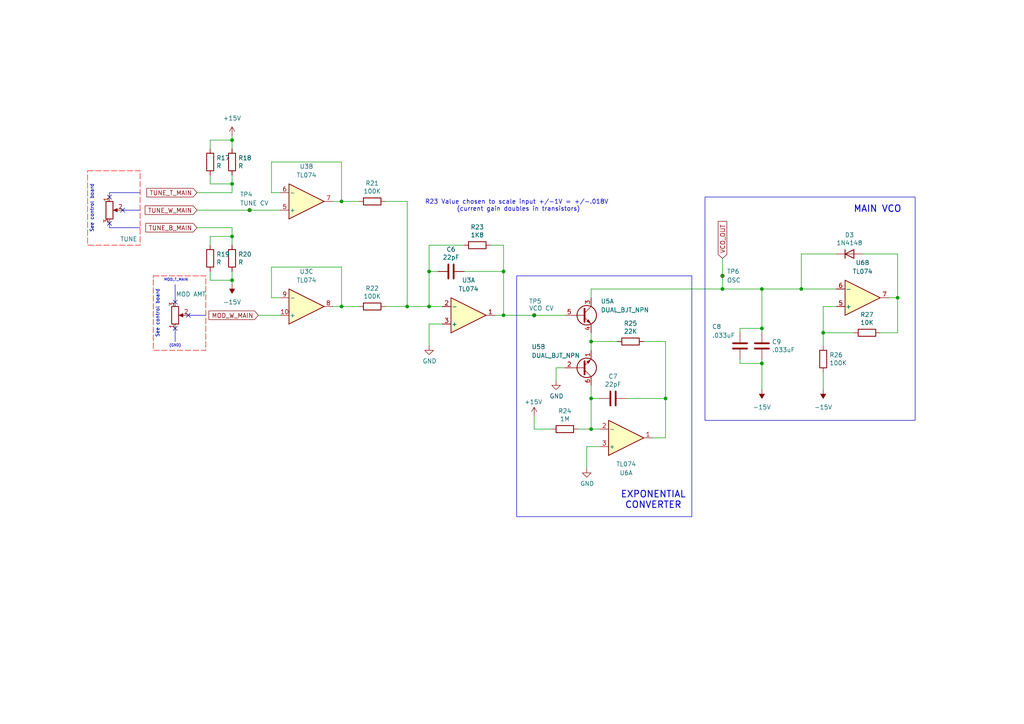
<source format=kicad_sch>
(kicad_sch (version 20250114) (generator "eeschema") (generator_version "9.0")
  (paper "A4")
  (lib_symbols
    (symbol "Connector:TestPoint_Small" (pin_numbers (hide yes)) (pin_names (offset 0.762) (hide yes))
      (property "Reference" "TP" (at 0 3.81 0))
      (property "Value" "TestPoint_Small" (at 0 2.032 0))
      (symbol "TestPoint_Small_0_1"
        (circle (center 0 0) (radius 0.508))
      )
      (symbol "TestPoint_Small_1_1"
        (pin passive line (at 0 0 90) (length 0) (name "1") (number "1"))
      )
    )
    (symbol "Device:C" (pin_numbers (hide yes)) (pin_names (offset 0.254))
      (property "Reference" "C" (at 0.635 2.54 0))
      (property "Value" "Device_C" (at 0.635 -2.54 0))
      (symbol "C_0_1"
        (polyline (pts (xy -2.032 0.762) (xy 2.032 0.762)) (stroke (width 0.508)))
        (polyline (pts (xy -2.032 -0.762) (xy 2.032 -0.762)) (stroke (width 0.508)))
      )
      (symbol "C_1_1"
        (pin passive line (at 0 3.81 270) (length 2.794) (name "~") (number "1"))
        (pin passive line (at 0 -3.81 90) (length 2.794) (name "~") (number "2"))
      )
    )
    (symbol "Device:R" (pin_numbers (hide yes)) (pin_names (offset 0))
      (property "Reference" "R" (at 2.032 0 90))
      (property "Value" "Device_R" (at 0 0 90))
      (symbol "R_0_1"
        (rectangle (start -1.016 -2.54) (end 1.016 2.54) (stroke (width 0.254)))
      )
      (symbol "R_1_1"
        (pin passive line (at 0 3.81 270) (length 1.27) (name "~") (number "1"))
        (pin passive line (at 0 -3.81 90) (length 1.27) (name "~") (number "2"))
      )
    )
    (symbol "Device:R_Potentiometer" (pin_names (offset 1.016) (hide yes))
      (property "Reference" "RV" (at -4.445 0 90))
      (property "Value" "R_Potentiometer" (at -2.54 0 90))
      (symbol "R_Potentiometer_0_1"
        (rectangle (start 1.016 2.54) (end -1.016 -2.54) (stroke (width 0.254)))
        (polyline (pts (xy 1.143 0) (xy 2.286 0.508) (xy 2.286 -0.508) (xy 1.143 0)) (fill (type outline)))
        (polyline (pts (xy 2.54 0) (xy 1.524 0)))
      )
      (symbol "R_Potentiometer_1_1"
        (pin passive line (at 0 3.81 270) (length 1.27) (name "1") (number "1"))
        (pin passive line (at 0 -3.81 90) (length 1.27) (name "3") (number "3"))
        (pin passive line (at 3.81 0 180) (length 1.27) (name "2") (number "2"))
      )
    )
    (symbol "Diode:1N4148" (pin_numbers (hide yes)) (pin_names (offset 1.016) (hide yes))
      (property "Reference" "D" (at 0 2.54 0))
      (property "Value" "Diode_1N4148" (at 0 -2.54 0))
      (symbol "1N4148_0_1"
        (polyline (pts (xy -1.27 1.27) (xy -1.27 -1.27)) (stroke (width 0.254)))
        (polyline (pts (xy 1.27 1.27) (xy 1.27 -1.27) (xy -1.27 0) (xy 1.27 1.27)) (stroke (width 0.254)))
        (polyline (pts (xy 1.27 0) (xy -1.27 0)))
      )
      (symbol "1N4148_1_1"
        (pin passive line (at -3.81 0 0) (length 2.54) (name "K") (number "1"))
        (pin passive line (at 3.81 0 180) (length 2.54) (name "A") (number "2"))
      )
    )
    (symbol "TL074_1" (pin_names (offset 0.127))
      (property "Reference" "U" (at 0 5.08 0))
      (property "Value" "TL074" (at 0 -5.08 0))
      (symbol "TL074_1_1_1"
        (polyline (pts (xy -5.08 5.08) (xy 5.08 0) (xy -5.08 -5.08) (xy -5.08 5.08)) (stroke (width 0.254)) (fill (type background)))
        (pin input line (at -7.62 2.54 0) (length 2.54) (name "+") (number "3"))
        (pin input line (at -7.62 -2.54 0) (length 2.54) (name "-") (number "2"))
        (pin output line (at 7.62 0 180) (length 2.54) (name "~") (number "1"))
      )
      (symbol "TL074_1_2_1"
        (polyline (pts (xy -5.08 5.08) (xy 5.08 0) (xy -5.08 -5.08) (xy -5.08 5.08)) (stroke (width 0.254)) (fill (type background)))
        (pin input line (at -7.62 2.54 0) (length 2.54) (name "+") (number "5"))
        (pin input line (at -7.62 -2.54 0) (length 2.54) (name "-") (number "6"))
        (pin output line (at 7.62 0 180) (length 2.54) (name "~") (number "7"))
      )
      (symbol "TL074_1_3_1"
        (polyline (pts (xy -5.08 5.08) (xy 5.08 0) (xy -5.08 -5.08) (xy -5.08 5.08)) (stroke (width 0.254)) (fill (type background)))
        (pin input line (at -7.62 2.54 0) (length 2.54) (name "+") (number "10"))
        (pin input line (at -7.62 -2.54 0) (length 2.54) (name "-") (number "9"))
        (pin output line (at 7.62 0 180) (length 2.54) (name "~") (number "8"))
      )
      (symbol "TL074_1_4_1"
        (polyline (pts (xy -5.08 5.08) (xy 5.08 0) (xy -5.08 -5.08) (xy -5.08 5.08)) (stroke (width 0.254)) (fill (type background)))
        (pin input line (at -7.62 2.54 0) (length 2.54) (name "+") (number "12"))
        (pin input line (at -7.62 -2.54 0) (length 2.54) (name "-") (number "13"))
        (pin output line (at 7.62 0 180) (length 2.54) (name "~") (number "14"))
      )
      (symbol "TL074_1_5_1"
        (pin power_in line (at -2.54 7.62 270) (length 3.81) (name "V+") (number "4"))
        (pin power_in line (at -2.54 -7.62 90) (length 3.81) (name "V-") (number "11"))
      )
    )
    (symbol "TL074_2" (pin_names (offset 0.127))
      (property "Reference" "U" (at 0 5.08 0))
      (property "Value" "TL074" (at 0 -5.08 0))
      (symbol "TL074_2_1_1"
        (polyline (pts (xy -5.08 5.08) (xy 5.08 0) (xy -5.08 -5.08) (xy -5.08 5.08)) (stroke (width 0.254)) (fill (type background)))
        (pin input line (at -7.62 2.54 0) (length 2.54) (name "+") (number "3"))
        (pin input line (at -7.62 -2.54 0) (length 2.54) (name "-") (number "2"))
        (pin output line (at 7.62 0 180) (length 2.54) (name "~") (number "1"))
      )
      (symbol "TL074_2_2_1"
        (polyline (pts (xy -5.08 5.08) (xy 5.08 0) (xy -5.08 -5.08) (xy -5.08 5.08)) (stroke (width 0.254)) (fill (type background)))
        (pin input line (at -7.62 2.54 0) (length 2.54) (name "+") (number "5"))
        (pin input line (at -7.62 -2.54 0) (length 2.54) (name "-") (number "6"))
        (pin output line (at 7.62 0 180) (length 2.54) (name "~") (number "7"))
      )
      (symbol "TL074_2_3_1"
        (polyline (pts (xy -5.08 5.08) (xy 5.08 0) (xy -5.08 -5.08) (xy -5.08 5.08)) (stroke (width 0.254)) (fill (type background)))
        (pin input line (at -7.62 2.54 0) (length 2.54) (name "+") (number "10"))
        (pin input line (at -7.62 -2.54 0) (length 2.54) (name "-") (number "9"))
        (pin output line (at 7.62 0 180) (length 2.54) (name "~") (number "8"))
      )
      (symbol "TL074_2_4_1"
        (polyline (pts (xy -5.08 5.08) (xy 5.08 0) (xy -5.08 -5.08) (xy -5.08 5.08)) (stroke (width 0.254)) (fill (type background)))
        (pin input line (at -7.62 2.54 0) (length 2.54) (name "+") (number "12"))
        (pin input line (at -7.62 -2.54 0) (length 2.54) (name "-") (number "13"))
        (pin output line (at 7.62 0 180) (length 2.54) (name "~") (number "14"))
      )
      (symbol "TL074_2_5_1"
        (pin power_in line (at -2.54 7.62 270) (length 3.81) (name "V+") (number "4"))
        (pin power_in line (at -2.54 -7.62 90) (length 3.81) (name "V-") (number "11"))
      )
    )
    (symbol "Transistor_BJT:MBT3904DW1T3G" (pin_names (offset 0) (hide yes))
      (property "Reference" "U" (at 1.27 4.826 0))
      (symbol "MBT3904DW1T3G_0_1"
        (polyline (pts (xy 5.715 1.905) (xy 5.715 -1.905)) (stroke (width 0.508)))
        (polyline (pts (xy 5.715 0.635) (xy 7.62 2.54)))
        (polyline (pts (xy 5.715 0) (xy 2.54 0)))
        (polyline (pts (xy 5.715 -0.635) (xy 7.62 -2.54)))
        (circle (center 6.35 0) (radius 2.8194) (stroke (width 0.254)))
        (polyline (pts (xy 6.35 -1.778) (xy 6.858 -1.27) (xy 7.366 -2.286) (xy 6.35 -1.778)) (fill (type outline)))
      )
      (symbol "MBT3904DW1T3G_1_1"
        (pin input line (at 0 0 0) (length 2.54) (name "B2") (number "5"))
        (pin passive line (at 7.62 5.08 270) (length 2.54) (name "C1") (number "3"))
        (pin passive line (at 7.62 -5.08 90) (length 2.54) (name "E1") (number "4"))
      )
      (symbol "MBT3904DW1T3G_2_1"
        (pin input line (at 0 0 0) (length 2.54) (name "B1") (number "2"))
        (pin passive line (at 7.62 5.08 270) (length 2.54) (name "C2") (number "6"))
        (pin passive line (at 7.62 -5.08 90) (length 2.54) (name "E2") (number "1"))
      )
    )
    (symbol "power:+15V" (power) (pin_numbers (hide yes)) (pin_names (offset 0) (hide yes))
      (property "Value" "+15V" (at 0 3.556 0))
      (symbol "+15V_0_1"
        (polyline (pts (xy -0.762 1.27) (xy 0 2.54)))
        (polyline (pts (xy 0 2.54) (xy 0.762 1.27)))
        (polyline (pts (xy 0 0) (xy 0 2.54)))
      )
      (symbol "+15V_1_1"
        (pin power_in line (at 0 0 90) (length 0) (name "~") (number "1"))
      )
    )
    (symbol "power:-15V" (power) (pin_numbers (hide yes)) (pin_names (offset 0) (hide yes))
      (property "Value" "-15V" (at 0 3.556 0))
      (symbol "-15V_0_0"
        (pin power_in line (at 0 0 90) (length 0) (name "~") (number "1"))
      )
      (symbol "-15V_0_1"
        (polyline (pts (xy 0 0) (xy 0 1.27) (xy 0.762 1.27) (xy 0 2.54) (xy -0.762 1.27) (xy 0 1.27)) (fill (type outline)))
      )
    )
    (symbol "power:GND" (power) (pin_names (offset 0))
      (property "Value" "power_GND" (at 0 -3.81 0))
      (symbol "GND_0_1"
        (polyline (pts (xy 0 0) (xy 0 -1.27) (xy 1.27 -1.27) (xy 0 -2.54) (xy -1.27 -1.27) (xy 0 -1.27)))
      )
      (symbol "GND_1_1"
        (pin power_in line (at 0 0 270) (length 0) (hide yes) (name "GND") (number "1"))
      )
    )
  )
  (rectangle (start 44.45 80.01) (end 59.69 101.6) (stroke (width 0) (type dash) (color 245 0 0 1)))
  (rectangle (start 204.47 57.15) (end 265.43 121.92))
  (rectangle (start 149.86 80.01) (end 200.66 149.86))
  (rectangle (start 25.4 49.53) (end 40.64 71.12) (stroke (width 0) (type dash) (color 245 0 0 1)))
  (text "See control board" (at 26.67 60.452 90) (effects (font (size 1.016 1.016))))
  (text "MOD_T_MAIN" (at 51.054 81.28 0) (effects (font (size 0.762 0.762) (thickness 0.127))))
  (text "See control board" (at 45.72 90.932 90) (effects (font (size 1.016 1.016))))
  (text "R23 Value chosen to scale input +/-1V = +/-.018V \n(current gain doubles in transistors)" (at 150.368 59.69 0) (effects (font (size 1.27 1.27))))
  (text "MAIN VCO" (at 254.508 60.706 0) (effects (font (size 1.905 1.905) (thickness 0.254) (bold yes))))
  (text "EXPONENTIAL\nCONVERTER" (at 189.484 145.034 0) (effects (font (size 1.905 1.905) (thickness 0.254) (bold yes))))
  (text "(GND)" (at 50.8 100.33 0) (effects (font (size 0.762 0.762) (thickness 0.127))))
  (junction (at 238.76 96.52))
  (junction (at 146.05 91.44))
  (junction (at 67.31 40.64))
  (junction (at 124.46 88.9))
  (junction (at 171.45 115.57))
  (junction (at 67.31 53.34))
  (junction (at 99.06 88.9))
  (junction (at 232.41 83.82))
  (junction (at 171.45 124.46))
  (junction (at 220.98 105.41))
  (junction (at 118.11 88.9))
  (junction (at 154.94 91.44))
  (junction (at 220.98 95.25))
  (junction (at 171.45 99.06))
  (junction (at 67.31 68.58))
  (junction (at 99.06 58.42))
  (junction (at 193.04 115.57))
  (junction (at 260.35 86.36))
  (junction (at 124.46 78.74))
  (junction (at 72.39 60.96))
  (junction (at 67.31 81.28))
  (junction (at 146.05 78.74))
  (junction (at 220.98 83.82))
  (junction (at 209.55 80.01))
  (junction (at 209.55 83.82))
  (no_connect (at 50.8 95.25))
  (no_connect (at 31.75 57.15))
  (no_connect (at 35.56 60.96))
  (no_connect (at 50.8 87.63))
  (no_connect (at 31.75 64.77))
  (no_connect (at 54.61 91.44))
  (wire (pts (xy 247.65 96.52) (xy 238.76 96.52)))
  (wire (pts (xy 124.46 78.74) (xy 124.46 88.9)))
  (wire (pts (xy 171.45 124.46) (xy 173.99 124.46)))
  (wire (pts (xy 163.83 106.68) (xy 161.29 106.68)))
  (wire (pts (xy 78.74 86.36) (xy 81.28 86.36)))
  (wire (pts (xy 111.76 88.9) (xy 118.11 88.9)))
  (wire (pts (xy 179.07 99.06) (xy 171.45 99.06)))
  (wire (pts (xy 146.05 71.12) (xy 146.05 78.74)))
  (wire (pts (xy 60.96 50.8) (xy 60.96 53.34)))
  (wire (pts (xy 209.55 74.93) (xy 209.55 80.01)))
  (wire (pts (xy 124.46 71.12) (xy 124.46 78.74)))
  (wire (pts (xy 171.45 111.76) (xy 171.45 115.57)))
  (wire (pts (xy 146.05 91.44) (xy 154.94 91.44)))
  (wire (pts (xy 238.76 96.52) (xy 238.76 100.33)))
  (wire (pts (xy 214.63 105.41) (xy 220.98 105.41)))
  (wire (pts (xy 60.96 68.58) (xy 67.31 68.58)))
  (wire (pts (xy 146.05 91.44) (xy 143.51 91.44)))
  (wire (pts (xy 146.05 78.74) (xy 146.05 91.44)))
  (wire (pts (xy 67.31 40.64) (xy 67.31 43.18)))
  (wire (pts (xy 67.31 81.28) (xy 67.31 82.55)))
  (wire (pts (xy 193.04 115.57) (xy 193.04 127)))
  (wire (pts (xy 173.99 129.54) (xy 170.18 129.54)))
  (wire (pts (xy 60.96 71.12) (xy 60.96 68.58)))
  (wire (pts (xy 171.45 86.36) (xy 171.45 83.82)))
  (wire (pts (xy 171.45 99.06) (xy 171.45 96.52)))
  (wire (pts (xy 209.55 83.82) (xy 220.98 83.82)))
  (wire (pts (xy 134.62 71.12) (xy 124.46 71.12)))
  (polyline (pts (xy 31.75 64.77) (xy 31.75 66.04)))
  (wire (pts (xy 128.27 93.98) (xy 124.46 93.98)))
  (wire (pts (xy 134.62 78.74) (xy 146.05 78.74)))
  (wire (pts (xy 57.15 55.88) (xy 67.31 55.88)))
  (wire (pts (xy 167.64 124.46) (xy 171.45 124.46)))
  (polyline (pts (xy 50.8 87.63) (xy 50.8 86.36)))
  (wire (pts (xy 260.35 96.52) (xy 255.27 96.52)))
  (wire (pts (xy 186.69 99.06) (xy 193.04 99.06)))
  (wire (pts (xy 193.04 99.06) (xy 193.04 115.57)))
  (wire (pts (xy 242.57 73.66) (xy 232.41 73.66)))
  (polyline (pts (xy 31.75 66.04) (xy 40.64 66.04)))
  (wire (pts (xy 67.31 53.34) (xy 67.31 55.88)))
  (wire (pts (xy 99.06 88.9) (xy 99.06 77.47)))
  (wire (pts (xy 232.41 83.82) (xy 242.57 83.82)))
  (wire (pts (xy 67.31 68.58) (xy 67.31 71.12)))
  (wire (pts (xy 60.96 53.34) (xy 67.31 53.34)))
  (wire (pts (xy 99.06 77.47) (xy 78.74 77.47)))
  (wire (pts (xy 67.31 78.74) (xy 67.31 81.28)))
  (wire (pts (xy 193.04 127) (xy 189.23 127)))
  (wire (pts (xy 60.96 78.74) (xy 60.96 81.28)))
  (wire (pts (xy 67.31 39.37) (xy 67.31 40.64)))
  (polyline (pts (xy 31.75 55.88) (xy 40.64 55.88)))
  (polyline (pts (xy 35.56 60.96) (xy 36.83 60.96)))
  (wire (pts (xy 214.63 96.52) (xy 214.63 95.25)))
  (wire (pts (xy 232.41 83.82) (xy 220.98 83.82)))
  (wire (pts (xy 220.98 83.82) (xy 220.98 95.25)))
  (wire (pts (xy 171.45 115.57) (xy 171.45 124.46)))
  (wire (pts (xy 78.74 46.99) (xy 78.74 55.88)))
  (wire (pts (xy 124.46 93.98) (xy 124.46 100.33)))
  (wire (pts (xy 209.55 80.01) (xy 209.55 83.82)))
  (wire (pts (xy 260.35 73.66) (xy 250.19 73.66)))
  (wire (pts (xy 67.31 66.04) (xy 67.31 68.58)))
  (polyline (pts (xy 31.75 57.15) (xy 31.75 55.88)))
  (wire (pts (xy 154.94 124.46) (xy 160.02 124.46)))
  (wire (pts (xy 173.99 115.57) (xy 171.45 115.57)))
  (polyline (pts (xy 54.61 91.44) (xy 55.88 91.44)))
  (wire (pts (xy 220.98 95.25) (xy 220.98 96.52)))
  (wire (pts (xy 81.28 91.44) (xy 74.93 91.44)))
  (wire (pts (xy 111.76 58.42) (xy 118.11 58.42)))
  (polyline (pts (xy 50.8 82.55) (xy 50.8 86.36)))
  (wire (pts (xy 170.18 129.54) (xy 170.18 135.89)))
  (wire (pts (xy 99.06 58.42) (xy 104.14 58.42)))
  (wire (pts (xy 238.76 107.95) (xy 238.76 113.03)))
  (wire (pts (xy 60.96 81.28) (xy 67.31 81.28)))
  (polyline (pts (xy 50.8 95.25) (xy 50.8 99.06)))
  (wire (pts (xy 171.45 101.6) (xy 171.45 99.06)))
  (wire (pts (xy 78.74 55.88) (xy 81.28 55.88)))
  (wire (pts (xy 220.98 104.14) (xy 220.98 105.41)))
  (wire (pts (xy 127 78.74) (xy 124.46 78.74)))
  (wire (pts (xy 72.39 60.96) (xy 81.28 60.96)))
  (wire (pts (xy 260.35 86.36) (xy 260.35 73.66)))
  (wire (pts (xy 99.06 46.99) (xy 78.74 46.99)))
  (wire (pts (xy 124.46 88.9) (xy 128.27 88.9)))
  (wire (pts (xy 96.52 58.42) (xy 99.06 58.42)))
  (wire (pts (xy 142.24 71.12) (xy 146.05 71.12)))
  (polyline (pts (xy 36.83 60.96) (xy 40.64 60.96)))
  (wire (pts (xy 118.11 88.9) (xy 124.46 88.9)))
  (wire (pts (xy 60.96 43.18) (xy 60.96 40.64)))
  (polyline (pts (xy 55.88 91.44) (xy 59.69 91.44)))
  (wire (pts (xy 67.31 50.8) (xy 67.31 53.34)))
  (wire (pts (xy 154.94 120.65) (xy 154.94 124.46)))
  (wire (pts (xy 257.81 86.36) (xy 260.35 86.36)))
  (wire (pts (xy 78.74 77.47) (xy 78.74 86.36)))
  (wire (pts (xy 99.06 88.9) (xy 104.14 88.9)))
  (wire (pts (xy 154.94 91.44) (xy 163.83 91.44)))
  (wire (pts (xy 99.06 58.42) (xy 99.06 46.99)))
  (wire (pts (xy 232.41 73.66) (xy 232.41 83.82)))
  (wire (pts (xy 238.76 88.9) (xy 242.57 88.9)))
  (wire (pts (xy 171.45 83.82) (xy 209.55 83.82)))
  (wire (pts (xy 220.98 105.41) (xy 220.98 113.03)))
  (wire (pts (xy 181.61 115.57) (xy 193.04 115.57)))
  (wire (pts (xy 57.15 66.04) (xy 67.31 66.04)))
  (wire (pts (xy 214.63 95.25) (xy 220.98 95.25)))
  (wire (pts (xy 118.11 58.42) (xy 118.11 88.9)))
  (wire (pts (xy 238.76 88.9) (xy 238.76 96.52)))
  (wire (pts (xy 60.96 40.64) (xy 67.31 40.64)))
  (wire (pts (xy 161.29 106.68) (xy 161.29 110.49)))
  (wire (pts (xy 57.15 60.96) (xy 72.39 60.96)))
  (wire (pts (xy 214.63 104.14) (xy 214.63 105.41)))
  (wire (pts (xy 260.35 86.36) (xy 260.35 96.52)))
  (wire (pts (xy 96.52 88.9) (xy 99.06 88.9)))
  (global_label "TUNE_T_MAIN" (shape input) (at 57.15 55.88 180) (property "Intersheetrefs" "${INTERSHEET_REFS}" (effects (hide yes))))
  (global_label "TUNE_W_MAIN" (shape input) (at 57.15 60.96 180) (property "Intersheetrefs" "${INTERSHEET_REFS}" (effects (hide yes))))
  (global_label "TUNE_B_MAIN" (shape input) (at 57.15 66.04 180) (property "Intersheetrefs" "${INTERSHEET_REFS}" (effects (hide yes))))
  (global_label "VCO_OUT" (shape input) (at 209.55 74.93 90) (property "Intersheetrefs" "${INTERSHEET_REFS}" (effects (hide yes))))
  (global_label "MOD_W_MAIN" (shape input) (at 74.93 91.44 180) (property "Intersheetrefs" "${INTERSHEET_REFS}" (effects (hide yes))))
  (symbol (lib_id "Device:R") (at 60.96 74.93 0) (unit 1)
    (property "Reference" "R19" (at 62.738 73.7616 0) (effects (justify left)))
    (property "Value" "R" (at 62.738 76.073 0) (effects (justify left)))
    (property "Footprint" "customlib:RESC2012X60N" (effects (hide yes)))
  )
  (symbol (lib_id "Device:R") (at 67.31 74.93 0) (unit 1)
    (property "Reference" "R20" (at 69.088 73.7616 0) (effects (justify left)))
    (property "Value" "R" (at 69.088 76.073 0) (effects (justify left)))
    (property "Footprint" "customlib:RESC2012X60N" (effects (hide yes)))
  )
  (symbol (lib_id "Device:R") (at 107.95 58.42 270) (unit 1)
    (property "Reference" "R21" (at 107.95 53.1622 90))
    (property "Value" "100K" (at 107.95 55.4736 90))
    (property "Footprint" "customlib:RESC2012X60N" (effects (hide yes)))
  )
  (symbol (lib_id "Device:R") (at 107.95 88.9 270) (unit 1)
    (property "Reference" "R22" (at 107.95 83.6422 90))
    (property "Value" "100K" (at 107.95 85.9536 90))
    (property "Footprint" "customlib:RESC2012X60N" (effects (hide yes)))
  )
  (symbol (lib_id "Device:R") (at 138.43 71.12 270) (unit 1)
    (property "Reference" "R23" (at 138.43 65.8622 90))
    (property "Value" "1K8" (at 138.43 68.1736 90))
    (property "Footprint" "customlib:RESC2012X60N" (effects (hide yes)))
  )
  (symbol (lib_id "Device:C") (at 130.81 78.74 270) (unit 1)
    (property "Reference" "C6" (at 130.81 72.3392 90))
    (property "Value" "22pF" (at 130.81 74.6506 90))
    (property "Footprint" "customlib:C0805" (effects (hide yes)))
  )
  (symbol (lib_id "power:GND") (at 124.46 100.33 0) (unit 1)
    (property "Reference" "#PWR018" (effects (hide yes)))
    (property "Value" "GND" (at 124.587 104.7242 0))
  )
  (symbol (lib_id "Device:C") (at 177.8 115.57 270) (unit 1)
    (property "Reference" "C7" (at 177.8 109.1692 90))
    (property "Value" "22pF" (at 177.8 111.4806 90))
    (property "Footprint" "customlib:C0805" (effects (hide yes)))
  )
  (symbol (lib_id "Device:R") (at 163.83 124.46 270) (unit 1)
    (property "Reference" "R24" (at 163.83 119.2022 90))
    (property "Value" "1M" (at 163.83 121.5136 90))
    (property "Footprint" "customlib:RESC2012X60N" (effects (hide yes)))
  )
  (symbol (lib_id "Device:R") (at 182.88 99.06 90) (unit 1)
    (property "Reference" "R25" (at 182.88 93.8022 90))
    (property "Value" "22K" (at 182.88 96.1136 90))
    (property "Footprint" "customlib:RESC2012X60N" (effects (hide yes)))
  )
  (symbol (lib_id "Diode:1N4148") (at 246.38 73.66 0) (unit 1)
    (property "Reference" "D3" (at 246.38 68.1482 0))
    (property "Value" "1N4148" (at 246.38 70.4596 0))
    (property "Footprint" "Diode_THT:D_DO-35_SOD27_P7.62mm_Horizontal" (effects (hide yes)))
    (property "Datasheet" "https://assets.nexperia.com/documents/data-sheet/1N4148_1N4448.pdf" (effects (hide yes)))
  )
  (symbol (lib_id "Device:R") (at 238.76 104.14 180) (unit 1)
    (property "Reference" "R26" (at 240.538 102.9716 0) (effects (justify right)))
    (property "Value" "100K" (at 240.538 105.283 0) (effects (justify right)))
    (property "Footprint" "customlib:RESC2012X60N" (effects (hide yes)))
  )
  (symbol (lib_id "Device:R") (at 251.46 96.52 90) (unit 1)
    (property "Reference" "R27" (at 251.46 91.2622 90))
    (property "Value" "10K" (at 251.46 93.5736 90))
    (property "Footprint" "customlib:RESC2012X60N" (effects (hide yes)))
  )
  (symbol (lib_id "Device:C") (at 220.98 100.33 180) (unit 1)
    (property "Reference" "C9" (at 223.901 99.1616 0) (effects (justify right)))
    (property "Value" ".033uF" (at 223.901 101.473 0) (effects (justify right)))
    (property "Footprint" "Capacitor_THT:C_Rect_L7.2mm_W8.5mm_P5.00mm_FKP2_FKP2_MKS2_MKP2" (effects (hide yes)))
  )
  (symbol (lib_id "power:GND") (at 170.18 135.89 0) (unit 1)
    (property "Reference" "#PWR021" (effects (hide yes)))
    (property "Value" "GND" (at 170.307 140.2842 0))
  )
  (symbol (lib_id "power:GND") (at 161.29 110.49 0) (unit 1)
    (property "Reference" "#PWR020" (effects (hide yes)))
    (property "Value" "GND" (at 161.417 114.8842 0))
  )
  (symbol (lib_id "Device:R") (at 67.31 46.99 0) (unit 1)
    (property "Reference" "R18" (at 69.088 45.8216 0) (effects (justify left)))
    (property "Value" "R" (at 69.088 48.133 0) (effects (justify left)))
    (property "Footprint" "customlib:RESC2012X60N" (effects (hide yes)))
  )
  (symbol (lib_id "Device:R") (at 60.96 46.99 0) (unit 1)
    (property "Reference" "R17" (at 62.738 45.8216 0) (effects (justify left)))
    (property "Value" "R" (at 62.738 48.133 0) (effects (justify left)))
    (property "Footprint" "customlib:RESC2012X60N" (effects (hide yes)))
  )
  (symbol (lib_id "Device:C") (at 214.63 100.33 180) (unit 1)
    (property "Reference" "C8" (at 206.502 94.742 0) (effects (justify right)))
    (property "Value" ".033uF" (at 206.502 97.282 0) (effects (justify right)))
    (property "Footprint" "Capacitor_THT:C_Rect_L7.2mm_W8.5mm_P5.00mm_FKP2_FKP2_MKS2_MKP2" (effects (hide yes)))
  )
  (symbol (lib_id "power:-15V") (at 220.98 113.03 180) (unit 1)
    (property "Reference" "#PWR022" (effects (hide yes)))
    (property "Value" "-15V" (at 220.98 118.11 0))
    (property "Description" "Power symbol creates a global label with name \"-15V\"" (effects (hide yes)))
  )
  (symbol (lib_id "power:-15V") (at 238.76 113.03 180) (unit 1)
    (property "Reference" "#PWR023" (effects (hide yes)))
    (property "Value" "-15V" (at 238.76 118.11 0))
    (property "Description" "Power symbol creates a global label with name \"-15V\"" (effects (hide yes)))
  )
  (symbol (lib_id "Transistor_BJT:MBT3904DW1T3G") (at 163.83 91.44 0) (unit 1)
    (property "Reference" "U5" (at 174.244 87.376 0) (effects (justify left)))
    (property "Value" "DUAL_BJT_NPN" (at 174.244 89.916 0) (effects (justify left)))
    (property "Footprint" "Package_TO_SOT_SMD:SOT-363_SC-70-6" (effects (hide yes)))
    (property "Description" "MBT3904DW1T3G" (effects (hide yes)))
  )
  (symbol (lib_name "TL074_1") (lib_id "Amplifier_Operational:TL074") (at 135.89 91.44 0) (mirror x) (unit 1)
    (property "Reference" "U3" (at 135.89 81.28 0))
    (property "Value" "TL074" (at 135.89 83.82 0))
    (property "Footprint" "Package_DIP:DIP-14_W7.62mm_Socket" (effects (hide yes)))
    (property "Datasheet" "http://www.ti.com/lit/ds/symlink/tl071.pdf" (effects (hide yes)))
    (property "Description" "Quad Low-Noise JFET-Input Operational Amplifiers, DIP-14/SOIC-14" (effects (hide yes)))
  )
  (symbol (lib_id "Device:R_Potentiometer") (at 50.8 91.44 0) (mirror x) (unit 1) (in_bom no) (on_board no)
    (property "Reference" "RV3" (effects (hide yes)))
    (property "Value" "MOD AMT" (at 55.372 85.344 0))
    (property "Description" "Potentiometer" (effects (hide yes)))
  )
  (symbol (lib_id "Device:R_Potentiometer") (at 31.75 60.96 0) (unit 1) (in_bom no) (on_board no)
    (property "Reference" "RV2" (effects (hide yes)))
    (property "Value" "TUNE" (at 37.338 69.342 0))
    (property "Description" "Potentiometer" (effects (hide yes)))
  )
  (symbol (lib_name "TL074_2") (lib_id "Amplifier_Operational:TL074") (at 250.19 86.36 0) (mirror x) (unit 2)
    (property "Reference" "U6" (at 250.19 76.2 0))
    (property "Value" "TL074" (at 250.19 78.74 0))
    (property "Footprint" "Package_DIP:DIP-14_W7.62mm_Socket" (effects (hide yes)))
    (property "Datasheet" "http://www.ti.com/lit/ds/symlink/tl071.pdf" (effects (hide yes)))
  )
  (symbol (lib_name "TL074_1") (lib_id "Amplifier_Operational:TL074") (at 88.9 58.42 0) (mirror x) (unit 2)
    (property "Reference" "U3" (at 88.9 48.26 0))
    (property "Value" "TL074" (at 88.9 50.8 0))
    (property "Footprint" "Package_DIP:DIP-14_W7.62mm_Socket" (effects (hide yes)))
    (property "Datasheet" "http://www.ti.com/lit/ds/symlink/tl071.pdf" (effects (hide yes)))
    (property "Description" "Quad Low-Noise JFET-Input Operational Amplifiers, DIP-14/SOIC-14" (effects (hide yes)))
  )
  (symbol (lib_id "Connector:TestPoint_Small") (at 154.94 91.44 0) (unit 1)
    (property "Reference" "TP5" (at 153.416 87.376 0) (effects (justify left)))
    (property "Value" "VCO CV" (at 153.416 89.408 0) (effects (justify left)))
    (property "Footprint" "TestPoint:TestPoint_Pad_D1.5mm" (effects (hide yes)))
    (property "Description" "test point" (effects (hide yes)))
  )
  (symbol (lib_id "power:+15V") (at 67.31 39.37 0) (unit 1)
    (property "Reference" "#PWR016" (effects (hide yes)))
    (property "Value" "+15V" (at 67.31 34.29 0))
    (property "Description" "Power symbol creates a global label with name \"+15V\"" (effects (hide yes)))
  )
  (symbol (lib_name "TL074_1") (lib_id "Amplifier_Operational:TL074") (at 88.9 88.9 0) (mirror x) (unit 3)
    (property "Reference" "U3" (at 88.9 78.74 0))
    (property "Value" "TL074" (at 88.9 81.28 0))
    (property "Footprint" "Package_DIP:DIP-14_W7.62mm_Socket" (effects (hide yes)))
    (property "Datasheet" "http://www.ti.com/lit/ds/symlink/tl071.pdf" (effects (hide yes)))
    (property "Description" "Quad Low-Noise JFET-Input Operational Amplifiers, DIP-14/SOIC-14" (effects (hide yes)))
  )
  (symbol (lib_id "power:-15V") (at 67.31 82.55 180) (unit 1)
    (property "Reference" "#PWR017" (effects (hide yes)))
    (property "Value" "-15V" (at 67.31 87.63 0))
    (property "Description" "Power symbol creates a global label with name \"-15V\"" (effects (hide yes)))
  )
  (symbol (lib_id "power:+15V") (at 154.94 120.65 0) (unit 1)
    (property "Reference" "#PWR019" (effects (hide yes)))
    (property "Value" "+15V" (at 154.686 116.586 0))
    (property "Description" "Power symbol creates a global label with name \"+15V\"" (effects (hide yes)))
  )
  (symbol (lib_id "Transistor_BJT:MBT3904DW1T3G") (at 163.83 106.68 0) (mirror x) (unit 2)
    (property "Reference" "U5" (at 154.178 100.584 0) (effects (justify left)))
    (property "Value" "DUAL_BJT_NPN" (at 154.178 103.124 0) (effects (justify left)))
    (property "Footprint" "Package_TO_SOT_SMD:SOT-363_SC-70-6" (effects (hide yes)))
    (property "Description" "MBT3904DW1T3G" (effects (hide yes)))
  )
  (symbol (lib_name "TL074_2") (lib_id "Amplifier_Operational:TL074") (at 181.61 127 0) (mirror x) (unit 1)
    (property "Reference" "U6" (at 181.61 137.16 0))
    (property "Value" "TL074" (at 181.61 134.62 0))
    (property "Footprint" "Package_DIP:DIP-14_W7.62mm_Socket" (effects (hide yes)))
    (property "Datasheet" "http://www.ti.com/lit/ds/symlink/tl071.pdf" (effects (hide yes)))
  )
  (symbol (lib_id "Connector:TestPoint_Small") (at 72.39 60.96 0) (unit 1)
    (property "Reference" "TP4" (at 69.596 56.388 0) (effects (justify left)))
    (property "Value" "TUNE CV" (at 69.596 58.928 0) (effects (justify left)))
    (property "Footprint" "TestPoint:TestPoint_Pad_D1.5mm" (effects (hide yes)))
    (property "Description" "test point" (effects (hide yes)))
  )
  (symbol (lib_id "Connector:TestPoint_Small") (at 209.55 80.01 0) (unit 1)
    (property "Reference" "TP6" (at 210.82 78.7399 0) (effects (justify left)))
    (property "Value" "OSC" (at 210.82 81.2799 0) (effects (justify left)))
    (property "Footprint" "TestPoint:TestPoint_Pad_D1.5mm" (effects (hide yes)))
    (property "Description" "test point" (effects (hide yes)))
  )
)
</source>
